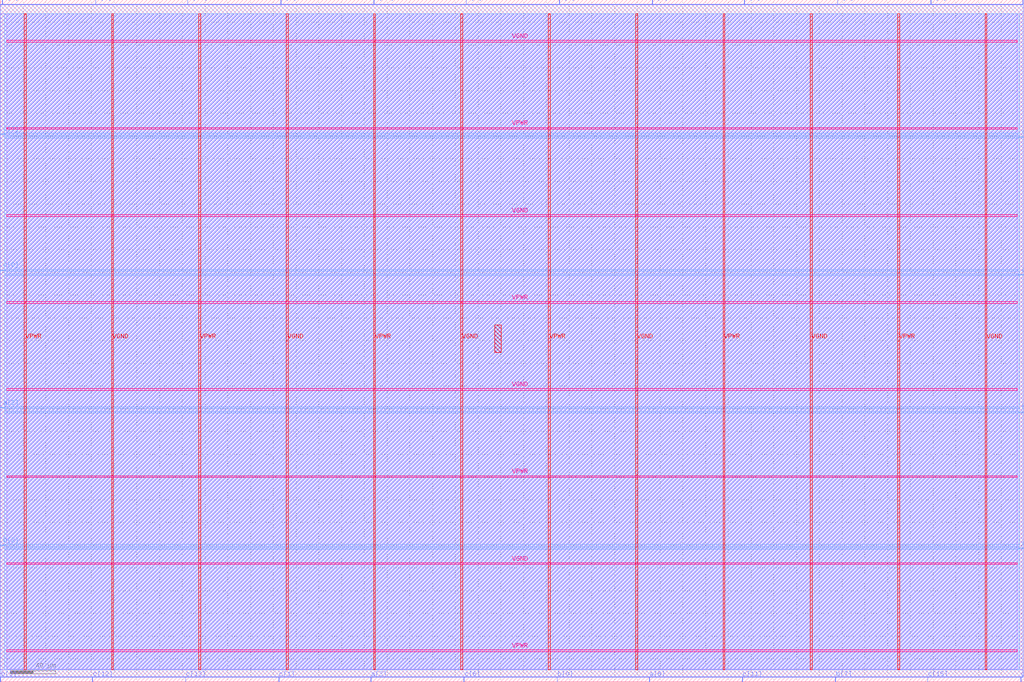
<source format=lef>
VERSION 5.7 ;
  NOWIREEXTENSIONATPIN ON ;
  DIVIDERCHAR "/" ;
  BUSBITCHARS "[]" ;
MACRO axmul
  CLASS BLOCK ;
  FOREIGN axmul ;
  ORIGIN 0.000 0.000 ;
  SIZE 900.000 BY 600.000 ;
  PIN VGND
    DIRECTION INPUT ;
    USE GROUND ;
    PORT
      LAYER met5 ;
        RECT 5.520 103.080 894.240 104.680 ;
    END
    PORT
      LAYER met5 ;
        RECT 5.520 256.260 894.240 257.860 ;
    END
    PORT
      LAYER met5 ;
        RECT 5.520 409.440 894.240 411.040 ;
    END
    PORT
      LAYER met5 ;
        RECT 5.520 562.620 894.240 564.220 ;
    END
    PORT
      LAYER met4 ;
        RECT 97.840 10.640 99.440 587.760 ;
    END
    PORT
      LAYER met4 ;
        RECT 251.440 10.640 253.040 587.760 ;
    END
    PORT
      LAYER met4 ;
        RECT 405.040 10.640 406.640 587.760 ;
    END
    PORT
      LAYER met4 ;
        RECT 558.640 10.640 560.240 587.760 ;
    END
    PORT
      LAYER met4 ;
        RECT 712.240 10.640 713.840 587.760 ;
    END
    PORT
      LAYER met4 ;
        RECT 865.840 10.640 867.440 587.760 ;
    END
  END VGND
  PIN VPWR
    DIRECTION INPUT ;
    USE POWER ;
    PORT
      LAYER met5 ;
        RECT 5.520 26.490 894.240 28.090 ;
    END
    PORT
      LAYER met5 ;
        RECT 5.520 179.670 894.240 181.270 ;
    END
    PORT
      LAYER met5 ;
        RECT 5.520 332.850 894.240 334.450 ;
    END
    PORT
      LAYER met5 ;
        RECT 5.520 486.030 894.240 487.630 ;
    END
    PORT
      LAYER met4 ;
        RECT 21.040 10.640 22.640 587.760 ;
    END
    PORT
      LAYER met4 ;
        RECT 174.640 10.640 176.240 587.760 ;
    END
    PORT
      LAYER met4 ;
        RECT 328.240 10.640 329.840 587.760 ;
    END
    PORT
      LAYER met4 ;
        RECT 481.840 10.640 483.440 587.760 ;
    END
    PORT
      LAYER met4 ;
        RECT 635.440 10.640 637.040 587.760 ;
    END
    PORT
      LAYER met4 ;
        RECT 789.040 10.640 790.640 587.760 ;
    END
  END VPWR
  PIN a[0]
    DIRECTION INPUT ;
    USE SIGNAL ;
    PORT
      LAYER met2 ;
        RECT 898.930 596.000 899.210 600.000 ;
    END
  END a[0]
  PIN a[1]
    DIRECTION INPUT ;
    USE SIGNAL ;
    PORT
      LAYER met2 ;
        RECT 83.810 596.000 84.090 600.000 ;
    END
  END a[1]
  PIN a[2]
    DIRECTION INPUT ;
    USE SIGNAL ;
    PORT
      LAYER met3 ;
        RECT 0.000 240.760 4.000 241.360 ;
    END
  END a[2]
  PIN a[3]
    DIRECTION INPUT ;
    USE SIGNAL ;
    PORT
      LAYER met2 ;
        RECT 325.770 0.000 326.050 4.000 ;
    END
  END a[3]
  PIN a[4]
    DIRECTION INPUT ;
    USE SIGNAL ;
    PORT
      LAYER met2 ;
        RECT 409.490 596.000 409.770 600.000 ;
    END
  END a[4]
  PIN a[5]
    DIRECTION INPUT ;
    USE SIGNAL ;
    PORT
      LAYER met2 ;
        RECT 654.210 596.000 654.490 600.000 ;
    END
  END a[5]
  PIN a[6]
    DIRECTION INPUT ;
    USE SIGNAL ;
    PORT
      LAYER met2 ;
        RECT 570.490 0.000 570.770 4.000 ;
    END
  END a[6]
  PIN a[7]
    DIRECTION INPUT ;
    USE SIGNAL ;
    PORT
      LAYER met3 ;
        RECT 896.000 117.000 900.000 117.600 ;
    END
  END a[7]
  PIN b[0]
    DIRECTION INPUT ;
    USE SIGNAL ;
    PORT
      LAYER met2 ;
        RECT 489.530 0.000 489.810 4.000 ;
    END
  END b[0]
  PIN b[1]
    DIRECTION INPUT ;
    USE SIGNAL ;
    PORT
      LAYER met3 ;
        RECT 896.000 236.680 900.000 237.280 ;
    END
  END b[1]
  PIN b[2]
    DIRECTION INPUT ;
    USE SIGNAL ;
    PORT
      LAYER met3 ;
        RECT 0.000 119.720 4.000 120.320 ;
    END
  END b[2]
  PIN b[3]
    DIRECTION INPUT ;
    USE SIGNAL ;
    PORT
      LAYER met2 ;
        RECT 0.090 0.000 0.370 4.000 ;
    END
  END b[3]
  PIN b[4]
    DIRECTION INPUT ;
    USE SIGNAL ;
    PORT
      LAYER met2 ;
        RECT 736.090 596.000 736.370 600.000 ;
    END
  END b[4]
  PIN b[5]
    DIRECTION INPUT ;
    USE SIGNAL ;
    PORT
      LAYER met2 ;
        RECT 817.970 596.000 818.250 600.000 ;
    END
  END b[5]
  PIN b[6]
    DIRECTION INPUT ;
    USE SIGNAL ;
    PORT
      LAYER met2 ;
        RECT 1.930 596.000 2.210 600.000 ;
    END
  END b[6]
  PIN b[7]
    DIRECTION INPUT ;
    USE SIGNAL ;
    PORT
      LAYER met2 ;
        RECT 734.250 0.000 734.530 4.000 ;
    END
  END b[7]
  PIN c[0]
    DIRECTION OUTPUT TRISTATE ;
    USE SIGNAL ;
    PORT
      LAYER met3 ;
        RECT 0.000 361.800 4.000 362.400 ;
    END
  END c[0]
  PIN c[10]
    DIRECTION OUTPUT TRISTATE ;
    USE SIGNAL ;
    PORT
      LAYER met2 ;
        RECT 164.770 596.000 165.050 600.000 ;
    END
  END c[10]
  PIN c[11]
    DIRECTION OUTPUT TRISTATE ;
    USE SIGNAL ;
    PORT
      LAYER met2 ;
        RECT 652.370 0.000 652.650 4.000 ;
    END
  END c[11]
  PIN c[12]
    DIRECTION OUTPUT TRISTATE ;
    USE SIGNAL ;
    PORT
      LAYER met2 ;
        RECT 81.050 0.000 81.330 4.000 ;
    END
  END c[12]
  PIN c[13]
    DIRECTION OUTPUT TRISTATE ;
    USE SIGNAL ;
    PORT
      LAYER met2 ;
        RECT 162.930 0.000 163.210 4.000 ;
    END
  END c[13]
  PIN c[14]
    DIRECTION OUTPUT TRISTATE ;
    USE SIGNAL ;
    PORT
      LAYER met2 ;
        RECT 328.530 596.000 328.810 600.000 ;
    END
  END c[14]
  PIN c[15]
    DIRECTION OUTPUT TRISTATE ;
    USE SIGNAL ;
    PORT
      LAYER met2 ;
        RECT 815.210 0.000 815.490 4.000 ;
    END
  END c[15]
  PIN c[1]
    DIRECTION OUTPUT TRISTATE ;
    USE SIGNAL ;
    PORT
      LAYER met2 ;
        RECT 244.810 0.000 245.090 4.000 ;
    END
  END c[1]
  PIN c[2]
    DIRECTION OUTPUT TRISTATE ;
    USE SIGNAL ;
    PORT
      LAYER met3 ;
        RECT 896.000 357.720 900.000 358.320 ;
    END
  END c[2]
  PIN c[3]
    DIRECTION OUTPUT TRISTATE ;
    USE SIGNAL ;
    PORT
      LAYER met3 ;
        RECT 896.000 478.760 900.000 479.360 ;
    END
  END c[3]
  PIN c[4]
    DIRECTION OUTPUT TRISTATE ;
    USE SIGNAL ;
    PORT
      LAYER met2 ;
        RECT 491.370 596.000 491.650 600.000 ;
    END
  END c[4]
  PIN c[5]
    DIRECTION OUTPUT TRISTATE ;
    USE SIGNAL ;
    PORT
      LAYER met2 ;
        RECT 573.250 596.000 573.530 600.000 ;
    END
  END c[5]
  PIN c[6]
    DIRECTION OUTPUT TRISTATE ;
    USE SIGNAL ;
    PORT
      LAYER met2 ;
        RECT 407.650 0.000 407.930 4.000 ;
    END
  END c[6]
  PIN c[7]
    DIRECTION OUTPUT TRISTATE ;
    USE SIGNAL ;
    PORT
      LAYER met3 ;
        RECT 0.000 481.480 4.000 482.080 ;
    END
  END c[7]
  PIN c[8]
    DIRECTION OUTPUT TRISTATE ;
    USE SIGNAL ;
    PORT
      LAYER met2 ;
        RECT 246.650 596.000 246.930 600.000 ;
    END
  END c[8]
  PIN c[9]
    DIRECTION OUTPUT TRISTATE ;
    USE SIGNAL ;
    PORT
      LAYER met2 ;
        RECT 897.090 0.000 897.370 4.000 ;
    END
  END c[9]
  OBS
      LAYER li1 ;
        RECT 5.520 10.795 894.240 587.605 ;
      LAYER met1 ;
        RECT 0.070 10.640 899.230 587.760 ;
      LAYER met2 ;
        RECT 0.100 595.720 1.650 596.090 ;
        RECT 2.490 595.720 83.530 596.090 ;
        RECT 84.370 595.720 164.490 596.090 ;
        RECT 165.330 595.720 246.370 596.090 ;
        RECT 247.210 595.720 328.250 596.090 ;
        RECT 329.090 595.720 409.210 596.090 ;
        RECT 410.050 595.720 491.090 596.090 ;
        RECT 491.930 595.720 572.970 596.090 ;
        RECT 573.810 595.720 653.930 596.090 ;
        RECT 654.770 595.720 735.810 596.090 ;
        RECT 736.650 595.720 817.690 596.090 ;
        RECT 818.530 595.720 898.650 596.090 ;
        RECT 0.100 4.280 899.200 595.720 ;
        RECT 0.650 4.000 80.770 4.280 ;
        RECT 81.610 4.000 162.650 4.280 ;
        RECT 163.490 4.000 244.530 4.280 ;
        RECT 245.370 4.000 325.490 4.280 ;
        RECT 326.330 4.000 407.370 4.280 ;
        RECT 408.210 4.000 489.250 4.280 ;
        RECT 490.090 4.000 570.210 4.280 ;
        RECT 571.050 4.000 652.090 4.280 ;
        RECT 652.930 4.000 733.970 4.280 ;
        RECT 734.810 4.000 814.930 4.280 ;
        RECT 815.770 4.000 896.810 4.280 ;
        RECT 897.650 4.000 899.200 4.280 ;
      LAYER met3 ;
        RECT 4.000 482.480 896.000 587.685 ;
        RECT 4.400 481.080 896.000 482.480 ;
        RECT 4.000 479.760 896.000 481.080 ;
        RECT 4.000 478.360 895.600 479.760 ;
        RECT 4.000 362.800 896.000 478.360 ;
        RECT 4.400 361.400 896.000 362.800 ;
        RECT 4.000 358.720 896.000 361.400 ;
        RECT 4.000 357.320 895.600 358.720 ;
        RECT 4.000 241.760 896.000 357.320 ;
        RECT 4.400 240.360 896.000 241.760 ;
        RECT 4.000 237.680 896.000 240.360 ;
        RECT 4.000 236.280 895.600 237.680 ;
        RECT 4.000 120.720 896.000 236.280 ;
        RECT 4.400 119.320 896.000 120.720 ;
        RECT 4.000 118.000 896.000 119.320 ;
        RECT 4.000 116.600 895.600 118.000 ;
        RECT 4.000 10.715 896.000 116.600 ;
      LAYER met4 ;
        RECT 434.535 289.855 440.385 313.985 ;
  END
END axmul
END LIBRARY


</source>
